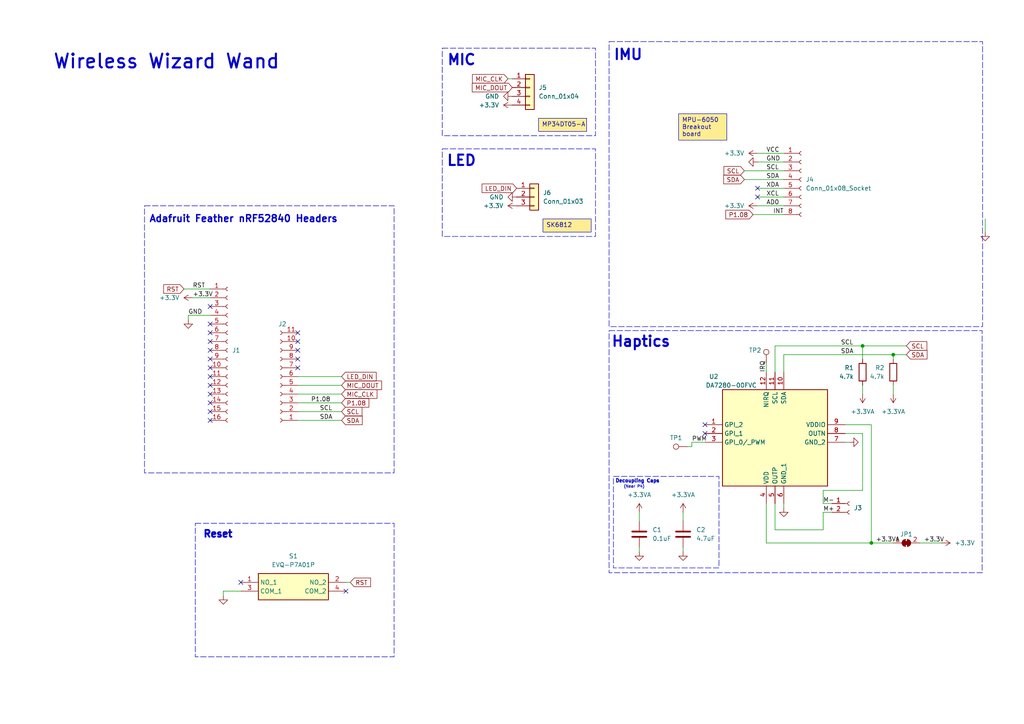
<source format=kicad_sch>
(kicad_sch (version 20231120) (generator "eeschema") (generator_version "8.0")
  (paper "A4")
  (title_block (title "Wireless Wizard Wand") (date "2023-07-28") (rev "v1") (company "Nordic Semiconductor ASA") (comment 1 "Design by Tord Natlandsmyr"))
  (lib_symbols
    (symbol "Connector:Conn_01x02_Socket" (pin_names (offset 1.016) hide)
      (property "Reference" "J" (at 0 2.54 0))
      (property "Value" "Conn_01x02_Socket" (at 0 -5.08 0))
      (symbol "Conn_01x02_Socket_1_1"
        (arc (start 0 -2.032) (mid -0.5058 -2.54) (end 0 -3.048) (stroke (width 0.1524)))
        (polyline (pts (xy -1.27 -2.54) (xy -0.508 -2.54)) (stroke (width 0.1524)))
        (polyline (pts (xy -1.27 0) (xy -0.508 0)) (stroke (width 0.1524)))
        (arc (start 0 0.508) (mid -0.5058 0) (end 0 -0.508) (stroke (width 0.1524)))
        (pin passive line (at -5.08 0 0) (length 3.81) (name "Pin_1") (number "1"))
        (pin passive line (at -5.08 -2.54 0) (length 3.81) (name "Pin_2") (number "2"))
      )
    )
    (symbol "Connector:Conn_01x08_Socket" (pin_names (offset 1.016) hide)
      (property "Reference" "J" (at 0 10.16 0))
      (property "Value" "Conn_01x08_Socket" (at 0 -12.7 0))
      (symbol "Conn_01x08_Socket_1_1"
        (arc (start 0 -9.652) (mid -0.5058 -10.16) (end 0 -10.668) (stroke (width 0.1524)))
        (arc (start 0 -7.112) (mid -0.5058 -7.62) (end 0 -8.128) (stroke (width 0.1524)))
        (arc (start 0 -4.572) (mid -0.5058 -5.08) (end 0 -5.588) (stroke (width 0.1524)))
        (arc (start 0 -2.032) (mid -0.5058 -2.54) (end 0 -3.048) (stroke (width 0.1524)))
        (polyline (pts (xy -1.27 -10.16) (xy -0.508 -10.16)) (stroke (width 0.1524)))
        (polyline (pts (xy -1.27 -7.62) (xy -0.508 -7.62)) (stroke (width 0.1524)))
        (polyline (pts (xy -1.27 -5.08) (xy -0.508 -5.08)) (stroke (width 0.1524)))
        (polyline (pts (xy -1.27 -2.54) (xy -0.508 -2.54)) (stroke (width 0.1524)))
        (polyline (pts (xy -1.27 0) (xy -0.508 0)) (stroke (width 0.1524)))
        (polyline (pts (xy -1.27 2.54) (xy -0.508 2.54)) (stroke (width 0.1524)))
        (polyline (pts (xy -1.27 5.08) (xy -0.508 5.08)) (stroke (width 0.1524)))
        (polyline (pts (xy -1.27 7.62) (xy -0.508 7.62)) (stroke (width 0.1524)))
        (arc (start 0 0.508) (mid -0.5058 0) (end 0 -0.508) (stroke (width 0.1524)))
        (arc (start 0 3.048) (mid -0.5058 2.54) (end 0 2.032) (stroke (width 0.1524)))
        (arc (start 0 5.588) (mid -0.5058 5.08) (end 0 4.572) (stroke (width 0.1524)))
        (arc (start 0 8.128) (mid -0.5058 7.62) (end 0 7.112) (stroke (width 0.1524)))
        (pin passive line (at -5.08 7.62 0) (length 3.81) (name "Pin_1") (number "1"))
        (pin passive line (at -5.08 5.08 0) (length 3.81) (name "Pin_2") (number "2"))
        (pin passive line (at -5.08 2.54 0) (length 3.81) (name "Pin_3") (number "3"))
        (pin passive line (at -5.08 0 0) (length 3.81) (name "Pin_4") (number "4"))
        (pin passive line (at -5.08 -2.54 0) (length 3.81) (name "Pin_5") (number "5"))
        (pin passive line (at -5.08 -5.08 0) (length 3.81) (name "Pin_6") (number "6"))
        (pin passive line (at -5.08 -7.62 0) (length 3.81) (name "Pin_7") (number "7"))
        (pin passive line (at -5.08 -10.16 0) (length 3.81) (name "Pin_8") (number "8"))
      )
    )
    (symbol "Connector:Conn_01x11_Socket" (pin_names (offset 1.016) hide)
      (property "Reference" "J" (at 0 15.24 0))
      (property "Value" "Conn_01x11_Socket" (at 0 -15.24 0))
      (symbol "Conn_01x11_Socket_1_1"
        (arc (start 0 -12.192) (mid -0.5058 -12.7) (end 0 -13.208) (stroke (width 0.1524)))
        (arc (start 0 -9.652) (mid -0.5058 -10.16) (end 0 -10.668) (stroke (width 0.1524)))
        (arc (start 0 -7.112) (mid -0.5058 -7.62) (end 0 -8.128) (stroke (width 0.1524)))
        (arc (start 0 -4.572) (mid -0.5058 -5.08) (end 0 -5.588) (stroke (width 0.1524)))
        (arc (start 0 -2.032) (mid -0.5058 -2.54) (end 0 -3.048) (stroke (width 0.1524)))
        (polyline (pts (xy -1.27 -12.7) (xy -0.508 -12.7)) (stroke (width 0.1524)))
        (polyline (pts (xy -1.27 -10.16) (xy -0.508 -10.16)) (stroke (width 0.1524)))
        (polyline (pts (xy -1.27 -7.62) (xy -0.508 -7.62)) (stroke (width 0.1524)))
        (polyline (pts (xy -1.27 -5.08) (xy -0.508 -5.08)) (stroke (width 0.1524)))
        (polyline (pts (xy -1.27 -2.54) (xy -0.508 -2.54)) (stroke (width 0.1524)))
        (polyline (pts (xy -1.27 0) (xy -0.508 0)) (stroke (width 0.1524)))
        (polyline (pts (xy -1.27 2.54) (xy -0.508 2.54)) (stroke (width 0.1524)))
        (polyline (pts (xy -1.27 5.08) (xy -0.508 5.08)) (stroke (width 0.1524)))
        (polyline (pts (xy -1.27 7.62) (xy -0.508 7.62)) (stroke (width 0.1524)))
        (polyline (pts (xy -1.27 10.16) (xy -0.508 10.16)) (stroke (width 0.1524)))
        (polyline (pts (xy -1.27 12.7) (xy -0.508 12.7)) (stroke (width 0.1524)))
        (arc (start 0 0.508) (mid -0.5058 0) (end 0 -0.508) (stroke (width 0.1524)))
        (arc (start 0 3.048) (mid -0.5058 2.54) (end 0 2.032) (stroke (width 0.1524)))
        (arc (start 0 5.588) (mid -0.5058 5.08) (end 0 4.572) (stroke (width 0.1524)))
        (arc (start 0 8.128) (mid -0.5058 7.62) (end 0 7.112) (stroke (width 0.1524)))
        (arc (start 0 10.668) (mid -0.5058 10.16) (end 0 9.652) (stroke (width 0.1524)))
        (arc (start 0 13.208) (mid -0.5058 12.7) (end 0 12.192) (stroke (width 0.1524)))
        (pin passive line (at -5.08 12.7 0) (length 3.81) (name "Pin_1") (number "1"))
        (pin passive line (at -5.08 -10.16 0) (length 3.81) (name "Pin_10") (number "10"))
        (pin passive line (at -5.08 -12.7 0) (length 3.81) (name "Pin_11") (number "11"))
        (pin passive line (at -5.08 10.16 0) (length 3.81) (name "Pin_2") (number "2"))
        (pin passive line (at -5.08 7.62 0) (length 3.81) (name "Pin_3") (number "3"))
        (pin passive line (at -5.08 5.08 0) (length 3.81) (name "Pin_4") (number "4"))
        (pin passive line (at -5.08 2.54 0) (length 3.81) (name "Pin_5") (number "5"))
        (pin passive line (at -5.08 0 0) (length 3.81) (name "Pin_6") (number "6"))
        (pin passive line (at -5.08 -2.54 0) (length 3.81) (name "Pin_7") (number "7"))
        (pin passive line (at -5.08 -5.08 0) (length 3.81) (name "Pin_8") (number "8"))
        (pin passive line (at -5.08 -7.62 0) (length 3.81) (name "Pin_9") (number "9"))
      )
    )
    (symbol "Connector:Conn_01x16_Socket" (pin_names (offset 1.016) hide)
      (property "Reference" "J" (at 0 20.32 0))
      (property "Value" "Conn_01x16_Socket" (at 0 -22.86 0))
      (symbol "Conn_01x16_Socket_1_1"
        (arc (start 0 -19.812) (mid -0.5058 -20.32) (end 0 -20.828) (stroke (width 0.1524)))
        (arc (start 0 -17.272) (mid -0.5058 -17.78) (end 0 -18.288) (stroke (width 0.1524)))
        (arc (start 0 -14.732) (mid -0.5058 -15.24) (end 0 -15.748) (stroke (width 0.1524)))
        (arc (start 0 -12.192) (mid -0.5058 -12.7) (end 0 -13.208) (stroke (width 0.1524)))
        (arc (start 0 -9.652) (mid -0.5058 -10.16) (end 0 -10.668) (stroke (width 0.1524)))
        (arc (start 0 -7.112) (mid -0.5058 -7.62) (end 0 -8.128) (stroke (width 0.1524)))
        (arc (start 0 -4.572) (mid -0.5058 -5.08) (end 0 -5.588) (stroke (width 0.1524)))
        (arc (start 0 -2.032) (mid -0.5058 -2.54) (end 0 -3.048) (stroke (width 0.1524)))
        (polyline (pts (xy -1.27 -20.32) (xy -0.508 -20.32)) (stroke (width 0.1524)))
        (polyline (pts (xy -1.27 -17.78) (xy -0.508 -17.78)) (stroke (width 0.1524)))
        (polyline (pts (xy -1.27 -15.24) (xy -0.508 -15.24)) (stroke (width 0.1524)))
        (polyline (pts (xy -1.27 -12.7) (xy -0.508 -12.7)) (stroke (width 0.1524)))
        (polyline (pts (xy -1.27 -10.16) (xy -0.508 -10.16)) (stroke (width 0.1524)))
        (polyline (pts (xy -1.27 -7.62) (xy -0.508 -7.62)) (stroke (width 0.1524)))
        (polyline (pts (xy -1.27 -5.08) (xy -0.508 -5.08)) (stroke (width 0.1524)))
        (polyline (pts (xy -1.27 -2.54) (xy -0.508 -2.54)) (stroke (width 0.1524)))
        (polyline (pts (xy -1.27 0) (xy -0.508 0)) (stroke (width 0.1524)))
        (polyline (pts (xy -1.27 2.54) (xy -0.508 2.54)) (stroke (width 0.1524)))
        (polyline (pts (xy -1.27 5.08) (xy -0.508 5.08)) (stroke (width 0.1524)))
        (polyline (pts (xy -1.27 7.62) (xy -0.508 7.62)) (stroke (width 0.1524)))
        (polyline (pts (xy -1.27 10.16) (xy -0.508 10.16)) (stroke (width 0.1524)))
        (polyline (pts (xy -1.27 12.7) (xy -0.508 12.7)) (stroke (width 0.1524)))
        (polyline (pts (xy -1.27 15.24) (xy -0.508 15.24)) (stroke (width 0.1524)))
        (polyline (pts (xy -1.27 17.78) (xy -0.508 17.78)) (stroke (width 0.1524)))
        (arc (start 0 0.508) (mid -0.5058 0) (end 0 -0.508) (stroke (width 0.1524)))
        (arc (start 0 3.048) (mid -0.5058 2.54) (end 0 2.032) (stroke (width 0.1524)))
        (arc (start 0 5.588) (mid -0.5058 5.08) (end 0 4.572) (stroke (width 0.1524)))
        (arc (start 0 8.128) (mid -0.5058 7.62) (end 0 7.112) (stroke (width 0.1524)))
        (arc (start 0 10.668) (mid -0.5058 10.16) (end 0 9.652) (stroke (width 0.1524)))
        (arc (start 0 13.208) (mid -0.5058 12.7) (end 0 12.192) (stroke (width 0.1524)))
        (arc (start 0 15.748) (mid -0.5058 15.24) (end 0 14.732) (stroke (width 0.1524)))
        (arc (start 0 18.288) (mid -0.5058 17.78) (end 0 17.272) (stroke (width 0.1524)))
        (pin passive line (at -5.08 17.78 0) (length 3.81) (name "Pin_1") (number "1"))
        (pin passive line (at -5.08 -5.08 0) (length 3.81) (name "Pin_10") (number "10"))
        (pin passive line (at -5.08 -7.62 0) (length 3.81) (name "Pin_11") (number "11"))
        (pin passive line (at -5.08 -10.16 0) (length 3.81) (name "Pin_12") (number "12"))
        (pin passive line (at -5.08 -12.7 0) (length 3.81) (name "Pin_13") (number "13"))
        (pin passive line (at -5.08 -15.24 0) (length 3.81) (name "Pin_14") (number "14"))
        (pin passive line (at -5.08 -17.78 0) (length 3.81) (name "Pin_15") (number "15"))
        (pin passive line (at -5.08 -20.32 0) (length 3.81) (name "Pin_16") (number "16"))
        (pin passive line (at -5.08 15.24 0) (length 3.81) (name "Pin_2") (number "2"))
        (pin passive line (at -5.08 12.7 0) (length 3.81) (name "Pin_3") (number "3"))
        (pin passive line (at -5.08 10.16 0) (length 3.81) (name "Pin_4") (number "4"))
        (pin passive line (at -5.08 7.62 0) (length 3.81) (name "Pin_5") (number "5"))
        (pin passive line (at -5.08 5.08 0) (length 3.81) (name "Pin_6") (number "6"))
        (pin passive line (at -5.08 2.54 0) (length 3.81) (name "Pin_7") (number "7"))
        (pin passive line (at -5.08 0 0) (length 3.81) (name "Pin_8") (number "8"))
        (pin passive line (at -5.08 -2.54 0) (length 3.81) (name "Pin_9") (number "9"))
      )
    )
    (symbol "Connector:TestPoint" (pin_numbers hide) (pin_names (offset 0.762) hide)
      (property "Reference" "TP" (at 0 6.858 0))
      (property "Value" "TestPoint" (at 0 5.08 0))
      (symbol "TestPoint_0_1"
        (circle (center 0 3.302) (radius 0.762))
      )
      (symbol "TestPoint_1_1"
        (pin passive line (at 0 0 90) (length 2.54) (name "1") (number "1"))
      )
    )
    (symbol "Connector_Generic:Conn_01x03" (pin_names (offset 1.016) hide)
      (property "Reference" "J" (at 0 5.08 0))
      (property "Value" "Conn_01x03" (at 0 -5.08 0))
      (symbol "Conn_01x03_1_1"
        (rectangle (start -1.27 -2.413) (end 0 -2.667) (stroke (width 0.1524)))
        (rectangle (start -1.27 0.127) (end 0 -0.127) (stroke (width 0.1524)))
        (rectangle (start -1.27 2.667) (end 0 2.413) (stroke (width 0.1524)))
        (rectangle (start -1.27 3.81) (end 1.27 -3.81) (stroke (width 0.254)) (fill (type background)))
        (pin passive line (at -5.08 2.54 0) (length 3.81) (name "Pin_1") (number "1"))
        (pin passive line (at -5.08 0 0) (length 3.81) (name "Pin_2") (number "2"))
        (pin passive line (at -5.08 -2.54 0) (length 3.81) (name "Pin_3") (number "3"))
      )
    )
    (symbol "Connector_Generic:Conn_01x04" (pin_names (offset 1.016) hide)
      (property "Reference" "J" (at 0 5.08 0))
      (property "Value" "Conn_01x04" (at 0 -7.62 0))
      (symbol "Conn_01x04_1_1"
        (rectangle (start -1.27 -4.953) (end 0 -5.207) (stroke (width 0.1524)))
        (rectangle (start -1.27 -2.413) (end 0 -2.667) (stroke (width 0.1524)))
        (rectangle (start -1.27 0.127) (end 0 -0.127) (stroke (width 0.1524)))
        (rectangle (start -1.27 2.667) (end 0 2.413) (stroke (width 0.1524)))
        (rectangle (start -1.27 3.81) (end 1.27 -6.35) (stroke (width 0.254)) (fill (type background)))
        (pin passive line (at -5.08 2.54 0) (length 3.81) (name "Pin_1") (number "1"))
        (pin passive line (at -5.08 0 0) (length 3.81) (name "Pin_2") (number "2"))
        (pin passive line (at -5.08 -2.54 0) (length 3.81) (name "Pin_3") (number "3"))
        (pin passive line (at -5.08 -5.08 0) (length 3.81) (name "Pin_4") (number "4"))
      )
    )
    (symbol "DA7280-00FVC:DA7280-00FVC"
      (property "Reference" "IC" (at 36.83 15.24 0))
      (property "Value" "DA7280-00FVC" (at 36.83 12.7 0))
      (symbol "DA7280-00FVC_1_1"
        (rectangle (start 5.08 10.16) (end 35.56 -17.78) (stroke (width 0.254)) (fill (type background)))
        (pin passive line (at 0 0 0) (length 5.08) (name "GPI_2") (number "1"))
        (pin passive line (at 22.86 15.24 270) (length 5.08) (name "SDA") (number "10"))
        (pin passive line (at 20.32 15.24 270) (length 5.08) (name "SCL") (number "11"))
        (pin passive line (at 17.78 15.24 270) (length 5.08) (name "NIRQ") (number "12"))
        (pin passive line (at 0 -2.54 0) (length 5.08) (name "GPI_1") (number "2"))
        (pin passive line (at 0 -5.08 0) (length 5.08) (name "GPI_0/_PWM") (number "3"))
        (pin passive line (at 17.78 -22.86 90) (length 5.08) (name "VDD") (number "4"))
        (pin passive line (at 20.32 -22.86 90) (length 5.08) (name "OUTP") (number "5"))
        (pin passive line (at 22.86 -22.86 90) (length 5.08) (name "GND_1") (number "6"))
        (pin passive line (at 40.64 -5.08 180) (length 5.08) (name "GND_2") (number "7"))
        (pin passive line (at 40.64 -2.54 180) (length 5.08) (name "OUTN") (number "8"))
        (pin passive line (at 40.64 0 180) (length 5.08) (name "VDDIO") (number "9"))
      )
    )
    (symbol "Device:C" (pin_numbers hide) (pin_names (offset 0.254))
      (property "Reference" "C" (at 0.635 2.54 0))
      (property "Value" "C" (at 0.635 -2.54 0))
      (symbol "C_0_1"
        (polyline (pts (xy -2.032 -0.762) (xy 2.032 -0.762)) (stroke (width 0.508)))
        (polyline (pts (xy -2.032 0.762) (xy 2.032 0.762)) (stroke (width 0.508)))
      )
      (symbol "C_1_1"
        (pin passive line (at 0 3.81 270) (length 2.794) (name "~") (number "1"))
        (pin passive line (at 0 -3.81 90) (length 2.794) (name "~") (number "2"))
      )
    )
    (symbol "Device:R" (pin_numbers hide) (pin_names (offset 0))
      (property "Reference" "R" (at 2.032 0 90))
      (property "Value" "R" (at 0 0 90))
      (symbol "R_0_1"
        (rectangle (start -1.016 -2.54) (end 1.016 2.54) (stroke (width 0.254)))
      )
      (symbol "R_1_1"
        (pin passive line (at 0 3.81 270) (length 1.27) (name "~") (number "1"))
        (pin passive line (at 0 -3.81 90) (length 1.27) (name "~") (number "2"))
      )
    )
    (symbol "EVQ-P7A01P:EVQ-P7A01P"
      (property "Reference" "S" (at 26.67 7.62 0))
      (property "Value" "EVQ-P7A01P" (at 26.67 5.08 0))
      (symbol "EVQ-P7A01P_1_1"
        (rectangle (start 5.08 2.54) (end 25.4 -5.08) (stroke (width 0.254)) (fill (type background)))
        (pin passive line (at 0 0 0) (length 5.08) (name "NO_1") (number "1"))
        (pin passive line (at 30.48 0 180) (length 5.08) (name "NO_2") (number "2"))
        (pin passive line (at 0 -2.54 0) (length 5.08) (name "COM_1") (number "3"))
        (pin passive line (at 30.48 -2.54 180) (length 5.08) (name "COM_2") (number "4"))
      )
    )
    (symbol "Jumper:SolderJumper_2_Bridged" (pin_names (offset 0) hide)
      (property "Reference" "JP" (at 0 2.032 0))
      (property "Value" "SolderJumper_2_Bridged" (at 0 -2.54 0))
      (symbol "SolderJumper_2_Bridged_0_1"
        (rectangle (start -0.508 0.508) (end 0.508 -0.508) (fill (type outline)))
        (arc (start -0.254 1.016) (mid -1.2656 0) (end -0.254 -1.016))
        (arc (start -0.254 1.016) (mid -1.2656 0) (end -0.254 -1.016) (fill (type outline)))
        (polyline (pts (xy -0.254 1.016) (xy -0.254 -1.016)))
        (polyline (pts (xy 0.254 1.016) (xy 0.254 -1.016)))
        (arc (start 0.254 -1.016) (mid 1.2656 0) (end 0.254 1.016))
        (arc (start 0.254 -1.016) (mid 1.2656 0) (end 0.254 1.016) (fill (type outline)))
      )
      (symbol "SolderJumper_2_Bridged_1_1"
        (pin passive line (at -3.81 0 0) (length 2.54) (name "A") (number "1"))
        (pin passive line (at 3.81 0 180) (length 2.54) (name "B") (number "2"))
      )
    )
    (symbol "power:+3.3V" (power) (pin_names (offset 0))
      (property "Value" "+3.3V" (at 0 3.556 0))
      (symbol "+3.3V_0_1"
        (polyline (pts (xy -0.762 1.27) (xy 0 2.54)))
        (polyline (pts (xy 0 0) (xy 0 2.54)))
        (polyline (pts (xy 0 2.54) (xy 0.762 1.27)))
      )
      (symbol "+3.3V_1_1"
        (pin power_in line (at 0 0 90) (length 0) hide (name "+3.3V") (number "1"))
      )
    )
    (symbol "power:+3.3VA" (power) (pin_names (offset 0))
      (property "Value" "+3.3VA" (at 0 3.556 0))
      (symbol "+3.3VA_0_1"
        (polyline (pts (xy -0.762 1.27) (xy 0 2.54)))
        (polyline (pts (xy 0 0) (xy 0 2.54)))
        (polyline (pts (xy 0 2.54) (xy 0.762 1.27)))
      )
      (symbol "+3.3VA_1_1"
        (pin power_in line (at 0 0 90) (length 0) hide (name "+3.3VA") (number "1"))
      )
    )
    (symbol "power:+3V3" (power) (pin_numbers hide) (pin_names (offset 0) hide)
      (property "Value" "+3V3" (at 0 3.556 0))
      (symbol "+3V3_0_1"
        (polyline (pts (xy -0.762 1.27) (xy 0 2.54)))
        (polyline (pts (xy 0 0) (xy 0 2.54)))
        (polyline (pts (xy 0 2.54) (xy 0.762 1.27)))
      )
      (symbol "+3V3_1_1"
        (pin power_in line (at 0 0 90) (length 0) (name "~") (number "1"))
      )
    )
    (symbol "power:GND" (power) (pin_numbers hide) (pin_names (offset 0) hide)
      (property "Value" "GND" (at 0 -3.81 0))
      (symbol "GND_0_1"
        (polyline (pts (xy 0 0) (xy 0 -1.27) (xy 1.27 -1.27) (xy 0 -2.54) (xy -1.27 -1.27) (xy 0 -1.27)))
      )
      (symbol "GND_1_1"
        (pin power_in line (at 0 0 270) (length 0) (name "~") (number "1"))
      )
    )
    (symbol "power:GND1" (power) (pin_names (offset 0))
      (property "Value" "GND1" (at 0 -3.81 0))
      (symbol "GND1_0_1"
        (polyline (pts (xy 0 0) (xy 0 -1.27) (xy 1.27 -1.27) (xy 0 -2.54) (xy -1.27 -1.27) (xy 0 -1.27)))
      )
      (symbol "GND1_1_1"
        (pin power_in line (at 0 0 270) (length 0) hide (name "GND1") (number "1"))
      )
    )
  )
  (junction (at 259.08 102.87))
  (junction (at 252.73 157.48))
  (junction (at 250.19 100.33))
  (no_connect (at 60.96 106.68))
  (no_connect (at 69.85 168.91))
  (no_connect (at 100.33 171.45))
  (no_connect (at 86.36 104.14))
  (no_connect (at 60.96 99.06))
  (no_connect (at 60.96 116.84))
  (no_connect (at 86.36 96.52))
  (no_connect (at 60.96 121.92))
  (no_connect (at 204.47 125.73))
  (no_connect (at 60.96 119.38))
  (no_connect (at 60.96 109.22))
  (no_connect (at 86.36 101.6))
  (no_connect (at 204.47 123.19))
  (no_connect (at 219.71 57.15))
  (no_connect (at 86.36 106.68))
  (no_connect (at 60.96 114.3))
  (no_connect (at 219.71 54.61))
  (no_connect (at 60.96 88.9))
  (no_connect (at 60.96 93.98))
  (no_connect (at 60.96 111.76))
  (no_connect (at 60.96 101.6))
  (no_connect (at 86.36 99.06))
  (no_connect (at 60.96 104.14))
  (no_connect (at 60.96 96.52))
  (wire (pts (xy 86.36 114.3) (xy 99.06 114.3)))
  (wire (pts (xy 185.42 148.59) (xy 185.42 151.13)))
  (wire (pts (xy 266.7 157.48) (xy 273.05 157.48)))
  (wire (pts (xy 245.11 128.27) (xy 246.38 128.27)))
  (wire (pts (xy 219.71 59.69) (xy 227.33 59.69)))
  (wire (pts (xy 86.36 111.76) (xy 99.06 111.76)))
  (wire (pts (xy 238.76 146.05) (xy 238.76 142.24)))
  (wire (pts (xy 224.79 100.33) (xy 250.19 100.33)))
  (wire (pts (xy 86.36 119.38) (xy 99.06 119.38)))
  (wire (pts (xy 259.08 102.87) (xy 262.89 102.87)))
  (wire (pts (xy 100.33 168.91) (xy 101.6 168.91)))
  (wire (pts (xy 259.08 111.76) (xy 259.08 114.3)))
  (wire (pts (xy 200.66 128.27) (xy 200.66 129.54)))
  (wire (pts (xy 185.42 158.75) (xy 185.42 160.02)))
  (wire (pts (xy 252.73 157.48) (xy 259.08 157.48)))
  (wire (pts (xy 245.11 125.73) (xy 250.19 125.73)))
  (wire (pts (xy 224.79 153.67) (xy 238.76 153.67)))
  (wire (pts (xy 86.36 121.92) (xy 99.06 121.92)))
  (wire (pts (xy 238.76 142.24) (xy 250.19 142.24)))
  (wire (pts (xy 227.33 107.95) (xy 227.33 102.87)))
  (wire (pts (xy 219.71 57.15) (xy 227.33 57.15)))
  (wire (pts (xy 60.96 91.44) (xy 54.61 91.44)))
  (wire (pts (xy 250.19 100.33) (xy 250.19 104.14)))
  (wire (pts (xy 219.71 46.99) (xy 227.33 46.99)))
  (wire (pts (xy 198.12 158.75) (xy 198.12 160.02)))
  (wire (pts (xy 224.79 146.05) (xy 224.79 153.67)))
  (wire (pts (xy 199.39 129.54) (xy 200.66 129.54)))
  (wire (pts (xy 241.3 146.05) (xy 238.76 146.05)))
  (wire (pts (xy 227.33 102.87) (xy 259.08 102.87)))
  (wire (pts (xy 285.75 63.5) (xy 285.75 67.31)))
  (wire (pts (xy 86.36 116.84) (xy 99.06 116.84)))
  (wire (pts (xy 219.71 44.45) (xy 227.33 44.45)))
  (wire (pts (xy 238.76 153.67) (xy 238.76 148.59)))
  (wire (pts (xy 245.11 123.19) (xy 252.73 123.19)))
  (wire (pts (xy 86.36 109.22) (xy 99.06 109.22)))
  (wire (pts (xy 224.79 100.33) (xy 224.79 107.95)))
  (wire (pts (xy 147.32 22.86) (xy 148.59 22.86)))
  (wire (pts (xy 250.19 100.33) (xy 262.89 100.33)))
  (wire (pts (xy 259.08 102.87) (xy 259.08 104.14)))
  (wire (pts (xy 219.71 54.61) (xy 227.33 54.61)))
  (wire (pts (xy 238.76 148.59) (xy 241.3 148.59)))
  (wire (pts (xy 215.9 52.07) (xy 227.33 52.07)))
  (wire (pts (xy 222.25 105.41) (xy 222.25 107.95)))
  (wire (pts (xy 54.61 91.44) (xy 54.61 92.71)))
  (wire (pts (xy 55.88 86.36) (xy 60.96 86.36)))
  (wire (pts (xy 198.12 148.59) (xy 198.12 151.13)))
  (wire (pts (xy 250.19 125.73) (xy 250.19 142.24)))
  (wire (pts (xy 252.73 123.19) (xy 252.73 157.48)))
  (wire (pts (xy 64.77 171.45) (xy 64.77 172.72)))
  (wire (pts (xy 222.25 146.05) (xy 222.25 157.48)))
  (wire (pts (xy 227.33 146.05) (xy 227.33 147.32)))
  (wire (pts (xy 222.25 157.48) (xy 252.73 157.48)))
  (wire (pts (xy 227.33 62.23) (xy 218.44 62.23)))
  (wire (pts (xy 250.19 111.76) (xy 250.19 114.3)))
  (wire (pts (xy 215.9 49.53) (xy 227.33 49.53)))
  (wire (pts (xy 53.34 83.82) (xy 60.96 83.82)))
  (wire (pts (xy 69.85 171.45) (xy 64.77 171.45)))
  (wire (pts (xy 204.47 128.27) (xy 200.66 128.27)))
  (rectangle (start 41.91 59.69) (end 114.3 137.16) (stroke (width 0) (type dash)))
  (rectangle (start 177.927 138.176) (end 208.534 164.719) (stroke (width 0) (type dash)))
  (rectangle (start 56.642 151.765) (end 114.3 190.5) (stroke (width 0) (type dash)))
  (rectangle (start 176.657 95.885) (end 284.861 166.116) (stroke (width 0) (type dash)))
  (rectangle (start 176.657 12.065) (end 284.988 94.742) (stroke (width 0) (type dash)))
  (rectangle (start 128.27 43.18) (end 172.72 68.58) (stroke (width 0) (type dash)))
  (rectangle (start 128.27 13.97) (end 172.72 39.37) (stroke (width 0) (type dash)))
  (text_box "SK6812" (at 157.48 63.5 0) (size 13.97 3.81) (fill (type color) (color 255 237 146 1)) (effects (font (size 1.27 1.27)) (justify left top)))
  (text_box "MP34DT05-A" (at 156.21 34.29 0) (size 13.97 3.81) (fill (type color) (color 255 237 146 1)) (effects (font (size 1.27 1.27)) (justify left top)))
  (text_box "MPU-6050 Breakout board" (at 196.85 33.02 0) (size 13.97 7.62) (fill (type color) (color 255 237 146 1)) (effects (font (size 1.27 1.27)) (justify left top)))
  (text "IMU" (at 177.8 17.78 0) (effects (font (size 3 3) (thickness 0.6) (bold yes)) (justify left bottom)))
  (text "Decoupling Caps" (at 178.435 140.208 0) (effects (font (size 1 1) (thickness 0.6) (bold yes)) (justify left bottom)))
  (text "Reset" (at 58.801 156.21 0) (effects (font (size 2 2) (thickness 0.6) (bold yes)) (justify left bottom)))
  (text "LED" (at 133.858 46.736 0) (effects (font (size 3 3) (bold yes))))
  (text "Wireless Wizard Wand" (at 15.24 20.32 0) (effects (font (size 4 4) (thickness 0.6) (bold yes)) (justify left bottom)))
  (text "Adafruit Feather nRF52840 Headers" (at 43.18 64.77 0) (effects (font (size 2 2) (bold yes)) (justify left bottom)))
  (text "MIC" (at 133.858 17.526 0) (effects (font (size 3 3) (bold yes))))
  (text "(Near P4)" (at 180.848 141.732 0) (effects (font (size 0.8 0.8)) (justify left bottom)))
  (text "Haptics" (at 177.165 100.965 0) (effects (font (size 3 3) (thickness 0.6) (bold yes)) (justify left bottom)))
  (label "SDA" (at 222.25 52.07 0))
  (label "SCL" (at 92.71 119.38 0))
  (label "RST" (at 55.88 83.82 0))
  (label "VCC" (at 222.25 44.45 0))
  (label "M+" (at 238.76 148.59 0))
  (label "P1.08" (at 90.17 116.84 0))
  (label "+3.3VA" (at 254 157.48 0))
  (label "M-" (at 238.76 146.05 0))
  (label "SDA" (at 243.84 102.87 0))
  (label "PWM" (at 200.66 128.27 0))
  (label "SDA" (at 92.71 121.92 0))
  (label "SCL" (at 222.25 49.53 0))
  (label "GND" (at 54.61 91.44 0))
  (label "IRQ" (at 222.25 107.95 90))
  (label "+3.3V" (at 267.97 157.48 0))
  (label "XDA" (at 222.25 54.61 0))
  (label "+3.3V" (at 55.88 86.36 0))
  (label "INT" (at 227.33 62.23 180))
  (label "AD0" (at 222.25 59.69 0))
  (label "GND" (at 222.25 46.99 0))
  (label "SCL" (at 243.84 100.33 0))
  (label "XCL" (at 222.25 57.15 0))
  (global_label "P1.08" (shape input) (at 218.44 62.23 180) (property "Intersheetrefs" "${INTERSHEET_REFS}" (effects (hide yes))))
  (global_label "SDA" (shape input) (at 99.06 121.92 0) (property "Intersheetrefs" "${INTERSHEET_REFS}" (effects (hide yes))))
  (global_label "P1.08" (shape input) (at 99.06 116.84 0) (property "Intersheetrefs" "${INTERSHEET_REFS}" (effects (hide yes))))
  (global_label "MIC_DOUT" (shape input) (at 148.59 25.4 180) (property "Intersheetrefs" "${INTERSHEET_REFS}" (effects (hide yes))))
  (global_label "RST" (shape input) (at 53.34 83.82 180) (property "Intersheetrefs" "${INTERSHEET_REFS}" (effects (hide yes))))
  (global_label "MIC_DOUT" (shape input) (at 99.06 111.76 0) (property "Intersheetrefs" "${INTERSHEET_REFS}" (effects (hide yes))))
  (global_label "RST" (shape input) (at 101.6 168.91 0) (property "Intersheetrefs" "${INTERSHEET_REFS}" (effects (hide yes))))
  (global_label "LED_DIN" (shape input) (at 149.86 54.61 180) (property "Intersheetrefs" "${INTERSHEET_REFS}" (effects (hide yes))))
  (global_label "SDA" (shape input) (at 262.89 102.87 0) (property "Intersheetrefs" "${INTERSHEET_REFS}" (effects (hide yes))))
  (global_label "SCL" (shape input) (at 262.89 100.33 0) (property "Intersheetrefs" "${INTERSHEET_REFS}" (effects (hide yes))))
  (global_label "MIC_CLK" (shape input) (at 147.32 22.86 180) (property "Intersheetrefs" "${INTERSHEET_REFS}" (effects (hide yes))))
  (global_label "SCL" (shape input) (at 99.06 119.38 0) (property "Intersheetrefs" "${INTERSHEET_REFS}" (effects (hide yes))))
  (global_label "SDA" (shape input) (at 215.9 52.07 180) (property "Intersheetrefs" "${INTERSHEET_REFS}" (effects (hide yes))))
  (global_label "SCL" (shape input) (at 215.9 49.53 180) (property "Intersheetrefs" "${INTERSHEET_REFS}" (effects (hide yes))))
  (global_label "MIC_CLK" (shape input) (at 99.06 114.3 0) (property "Intersheetrefs" "${INTERSHEET_REFS}" (effects (hide yes))))
  (global_label "LED_DIN" (shape input) (at 99.06 109.22 0) (property "Intersheetrefs" "${INTERSHEET_REFS}" (effects (hide yes))))
  (symbol (lib_id "DA7280-00FVC:DA7280-00FVC") (at 204.47 123.19 0) (unit 1)
    (property "Reference" "U2" (at 207.01 109.22 0))
    (property "Value" "DA7280-00FVC" (at 212.09 111.76 0))
    (property "Footprint" "DA7280:QFN65P300X300X84-12N" (effects (hide yes)))
    (property "Datasheet" "https://www.dialog-semiconductor.com/sites/default/files/da7280_datasheet_3v0.pdf" (effects (hide yes)))
    (property "Height" "0.84" (effects (hide yes)))
    (property "Manufacturer_Name" "Dialog Semiconductor" (effects (hide yes)))
    (property "Manufacturer_Part_Number" "DA7280-00FVC" (effects (hide yes)))
    (property "Mouser Part Number" "724-DA7280-00FVC" (effects (hide yes)))
    (property "Mouser Price/Stock" "https://www.mouser.co.uk/ProductDetail/Dialog-Semiconductor/DA7280-00FVC?qs=byeeYqUIh0PDtQ9ScBbgLA%3D%3D" (effects (hide yes)))
  )
  (symbol (lib_id "power:+3.3VA") (at 250.19 114.3 180) (unit 1)
    (property "Reference" "#PWR05" (effects (hide yes)))
    (property "Value" "+3.3VA" (at 250.19 119.38 0))
  )
  (symbol (lib_id "power:+3.3VA") (at 185.42 148.59 0) (unit 1)
    (property "Reference" "#PWR07" (effects (hide yes)))
    (property "Value" "+3.3VA" (at 185.42 143.51 0))
  )
  (symbol (lib_id "Connector:Conn_01x11_Socket") (at 81.28 109.22 180) (unit 1)
    (property "Reference" "J2" (at 81.915 93.98 0))
    (property "Value" "Conn_01x11_Socket" (effects (hide yes)))
    (property "Footprint" "Connector_PinSocket_2.54mm:PinSocket_1x11_P2.54mm_Vertical" (effects (hide yes)))
  )
  (symbol (lib_id "power:GND1") (at 219.71 46.99 270) (unit 1)
    (property "Reference" "#PWR08" (effects (hide yes)))
    (property "Value" "GND1" (effects (hide yes)))
  )
  (symbol (lib_id "power:+3.3V") (at 55.88 86.36 90) (unit 1)
    (property "Reference" "#PWR04" (effects (hide yes)))
    (property "Value" "+3.3V" (at 52.07 86.36 90) (effects (justify left)))
  )
  (symbol (lib_id "Jumper:SolderJumper_2_Bridged") (at 262.89 157.48 0) (unit 1) (exclude_from_sim yes) (in_bom no)
    (property "Reference" "JP1" (at 262.89 154.94 0))
    (property "Value" "SolderJumper_2_Bridged" (effects (hide yes)))
    (property "Footprint" "Jumper:SolderJumper-2_P1.3mm_Bridged_RoundedPad1.0x1.5mm" (effects (hide yes)))
  )
  (symbol (lib_id "power:+3V3") (at 148.59 30.48 90) (unit 1)
    (property "Reference" "#PWR011" (effects (hide yes)))
    (property "Value" "+3.3V" (at 144.78 30.4799 90) (effects (justify left)))
    (property "Description" "Power symbol creates a global label with name \"+3V3\"" (effects (hide yes)))
  )
  (symbol (lib_id "power:GND1") (at 246.38 128.27 90) (unit 1)
    (property "Reference" "#PWR012" (effects (hide yes)))
    (property "Value" "GND1" (effects (hide yes)))
  )
  (symbol (lib_id "Connector:TestPoint") (at 199.39 129.54 90) (unit 1)
    (property "Reference" "TP1" (at 196.088 127 90))
    (property "Value" "TestPoint" (effects (hide yes)))
    (property "Footprint" "TestPoint:TestPoint_Pad_D1.5mm" (effects (hide yes)))
  )
  (symbol (lib_id "Device:R") (at 259.08 107.95 0) (mirror x) (unit 1)
    (property "Reference" "R2" (at 256.54 106.68 0) (effects (justify right)))
    (property "Value" "4.7k" (at 256.54 109.22 0) (effects (justify right)))
    (property "Footprint" "Resistor_SMD:R_0805_2012Metric" (effects (hide yes)))
  )
  (symbol (lib_id "Device:R") (at 250.19 107.95 0) (mirror x) (unit 1)
    (property "Reference" "R1" (at 247.65 106.68 0) (effects (justify right)))
    (property "Value" "4.7k" (at 247.65 109.22 0) (effects (justify right)))
    (property "Footprint" "Resistor_SMD:R_0805_2012Metric" (effects (hide yes)))
  )
  (symbol (lib_id "Connector:TestPoint") (at 222.25 105.41 0) (unit 1)
    (property "Reference" "TP2" (at 217.17 101.6 0) (effects (justify left)))
    (property "Value" "TestPoint" (effects (hide yes)))
    (property "Footprint" "TestPoint:TestPoint_Pad_D1.5mm" (effects (hide yes)))
  )
  (symbol (lib_id "power:GND") (at 149.86 57.15 270) (unit 1)
    (property "Reference" "#PWR014" (effects (hide yes)))
    (property "Value" "GND" (at 146.05 57.1499 90) (effects (justify right)))
    (property "Description" "Power symbol creates a global label with name \"GND\" , ground" (effects (hide yes)))
  )
  (symbol (lib_id "Connector_Generic:Conn_01x03") (at 154.94 57.15 0) (unit 1)
    (property "Reference" "J6" (at 157.48 55.8799 0) (effects (justify left)))
    (property "Value" "Conn_01x03" (at 157.48 58.4199 0) (effects (justify left)))
    (property "Footprint" "Connector_PinHeader_2.54mm:PinHeader_1x03_P2.54mm_Vertical" (effects (hide yes)))
    (property "Description" "Generic connector, single row, 01x03, script generated (kicad-library-utils/schlib/autogen/connector/)" (effects (hide yes)))
  )
  (symbol (lib_id "Device:C") (at 198.12 154.94 0) (unit 1)
    (property "Reference" "C2" (at 201.93 153.67 0) (effects (justify left)))
    (property "Value" "4.7uF" (at 201.93 156.21 0) (effects (justify left)))
    (property "Footprint" "Capacitor_SMD:C_0805_2012Metric" (effects (hide yes)))
  )
  (symbol (lib_id "Device:C") (at 185.42 154.94 0) (unit 1)
    (property "Reference" "C1" (at 189.23 153.67 0) (effects (justify left)))
    (property "Value" "0.1uF" (at 189.23 156.21 0) (effects (justify left)))
    (property "Footprint" "Capacitor_SMD:C_0805_2012Metric" (effects (hide yes)))
  )
  (symbol (lib_id "Connector:Conn_01x02_Socket") (at 246.38 146.05 0) (unit 1)
    (property "Reference" "J3" (at 247.65 147.32 0) (effects (justify left)))
    (property "Value" "Conn_01x02_Socket" (effects (hide yes)))
    (property "Footprint" "Connector_PinSocket_2.54mm:PinSocket_1x02_P2.54mm_Vertical" (effects (hide yes)))
  )
  (symbol (lib_id "power:GND1") (at 185.42 160.02 0) (unit 1)
    (property "Reference" "#PWR020" (effects (hide yes)))
    (property "Value" "GND1" (effects (hide yes)))
  )
  (symbol (lib_id "power:GND1") (at 198.12 160.02 0) (unit 1)
    (property "Reference" "#PWR022" (effects (hide yes)))
    (property "Value" "GND1" (effects (hide yes)))
  )
  (symbol (lib_id "power:GND") (at 148.59 27.94 270) (unit 1)
    (property "Reference" "#PWR013" (effects (hide yes)))
    (property "Value" "GND" (at 144.78 27.9399 90) (effects (justify right)))
    (property "Description" "Power symbol creates a global label with name \"GND\" , ground" (effects (hide yes)))
  )
  (symbol (lib_id "power:GND1") (at 54.61 92.71 0) (unit 1)
    (property "Reference" "#PWR018" (effects (hide yes)))
    (property "Value" "GND1" (effects (hide yes)))
  )
  (symbol (lib_id "EVQ-P7A01P:EVQ-P7A01P") (at 69.85 168.91 0) (unit 1)
    (property "Reference" "S1" (at 85.09 161.29 0))
    (property "Value" "EVQ-P7A01P" (at 85.09 163.83 0))
    (property "Footprint" "EVQ-P7A01P:EVQP7J01P" (effects (hide yes)))
    (property "Datasheet" "https://industrial.panasonic.com/cdbs/www-data/pdf/ATK0000/ATK0000C378.pdf" (effects (hide yes)))
    (property "Height" "1" (effects (hide yes)))
    (property "Manufacturer_Name" "Panasonic" (effects (hide yes)))
    (property "Manufacturer_Part_Number" "EVQ-P7A01P" (effects (hide yes)))
    (property "Mouser Part Number" "667-EVQP7A01P" (effects (hide yes)))
    (property "Mouser Price/Stock" "https://www.mouser.co.uk/ProductDetail/Panasonic/EVQ-P7A01P?qs=rJ%252BziJWpysz7n3C20u6WAw%3D%3D" (effects (hide yes)))
    (property "Arrow Part Number" "EVQ-P7A01P" (effects (hide yes)))
    (property "Arrow Price/Stock" "https://www.arrow.com/en/products/evqp7a01p/panasonic?region=nac" (effects (hide yes)))
  )
  (symbol (lib_id "power:+3.3V") (at 273.05 157.48 270) (unit 1)
    (property "Reference" "#PWR06" (effects (hide yes)))
    (property "Value" "+3.3V" (at 276.86 157.48 90) (effects (justify left)))
  )
  (symbol (lib_id "Connector:Conn_01x16_Socket") (at 66.04 101.6 0) (unit 1)
    (property "Reference" "J1" (at 67.31 101.6 0) (effects (justify left)))
    (property "Value" "Conn_01x16_Socket" (effects (hide yes)))
    (property "Footprint" "Connector_PinSocket_2.54mm:PinSocket_1x16_P2.54mm_Vertical" (effects (hide yes)))
  )
  (symbol (lib_id "Connector:Conn_01x08_Socket") (at 232.41 52.07 0) (unit 1)
    (property "Reference" "J4" (at 233.68 52.07 0) (effects (justify left)))
    (property "Value" "Conn_01x08_Socket" (at 233.68 54.61 0) (effects (justify left)))
    (property "Footprint" "Connector_PinSocket_2.54mm:PinSocket_1x08_P2.54mm_Vertical" (effects (hide yes)))
  )
  (symbol (lib_id "power:GND1") (at 285.75 67.31 0) (unit 1)
    (property "Reference" "#PWR02" (effects (hide yes)))
    (property "Value" "GND1" (effects (hide yes)))
  )
  (symbol (lib_id "power:+3.3V") (at 219.71 59.69 90) (unit 1)
    (property "Reference" "#PWR01" (effects (hide yes)))
    (property "Value" "+3.3V" (at 215.9 59.69 90) (effects (justify left)))
  )
  (symbol (lib_id "Connector_Generic:Conn_01x04") (at 153.67 25.4 0) (unit 1)
    (property "Reference" "J5" (at 156.21 25.3999 0) (effects (justify left)))
    (property "Value" "Conn_01x04" (at 156.21 27.9399 0) (effects (justify left)))
    (property "Footprint" "Connector_PinHeader_2.54mm:PinHeader_1x04_P2.54mm_Vertical" (effects (hide yes)))
    (property "Description" "Generic connector, single row, 01x04, script generated (kicad-library-utils/schlib/autogen/connector/)" (effects (hide yes)))
  )
  (symbol (lib_id "power:GND1") (at 64.77 172.72 0) (unit 1)
    (property "Reference" "#PWR023" (effects (hide yes)))
    (property "Value" "GND1" (effects (hide yes)))
  )
  (symbol (lib_id "power:+3.3VA") (at 259.08 114.3 180) (unit 1)
    (property "Reference" "#PWR010" (effects (hide yes)))
    (property "Value" "+3.3VA" (at 259.08 119.38 0))
  )
  (symbol (lib_id "power:+3.3VA") (at 198.12 148.59 0) (unit 1)
    (property "Reference" "#PWR09" (effects (hide yes)))
    (property "Value" "+3.3VA" (at 198.12 143.51 0))
  )
  (symbol (lib_id "power:+3.3V") (at 219.71 44.45 90) (unit 1)
    (property "Reference" "#PWR03" (effects (hide yes)))
    (property "Value" "+3.3V" (at 215.9 44.4499 90) (effects (justify left)))
  )
  (symbol (lib_id "power:+3V3") (at 149.86 59.69 90) (unit 1)
    (property "Reference" "#PWR015" (effects (hide yes)))
    (property "Value" "+3.3V" (at 146.05 59.6899 90) (effects (justify left)))
    (property "Description" "Power symbol creates a global label with name \"+3V3\"" (effects (hide yes)))
  )
  (symbol (lib_id "power:GND1") (at 227.33 147.32 0) (unit 1)
    (property "Reference" "#PWR017" (effects (hide yes)))
    (property "Value" "GND1" (effects (hide yes)))
  )
)
</source>
